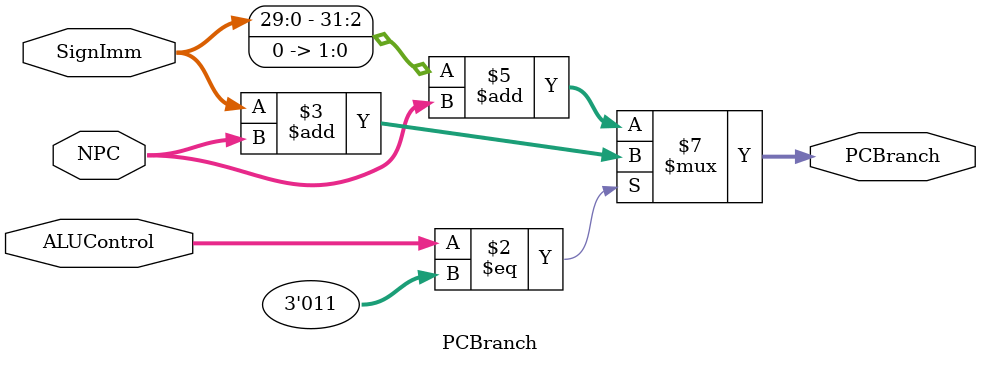
<source format=v>
`timescale 1ns / 1ps


module PCBranch(
input signed [31:0] SignImm,
input signed [31:0] NPC,
input [2:0]ALUControl,
output reg signed [31:0] PCBranch
    );
    always @(*)
    if (ALUControl==3'b011)//bgtz
        PCBranch<=SignImm+NPC;
    else
        PCBranch<=(SignImm<<2)+NPC;
endmodule

</source>
